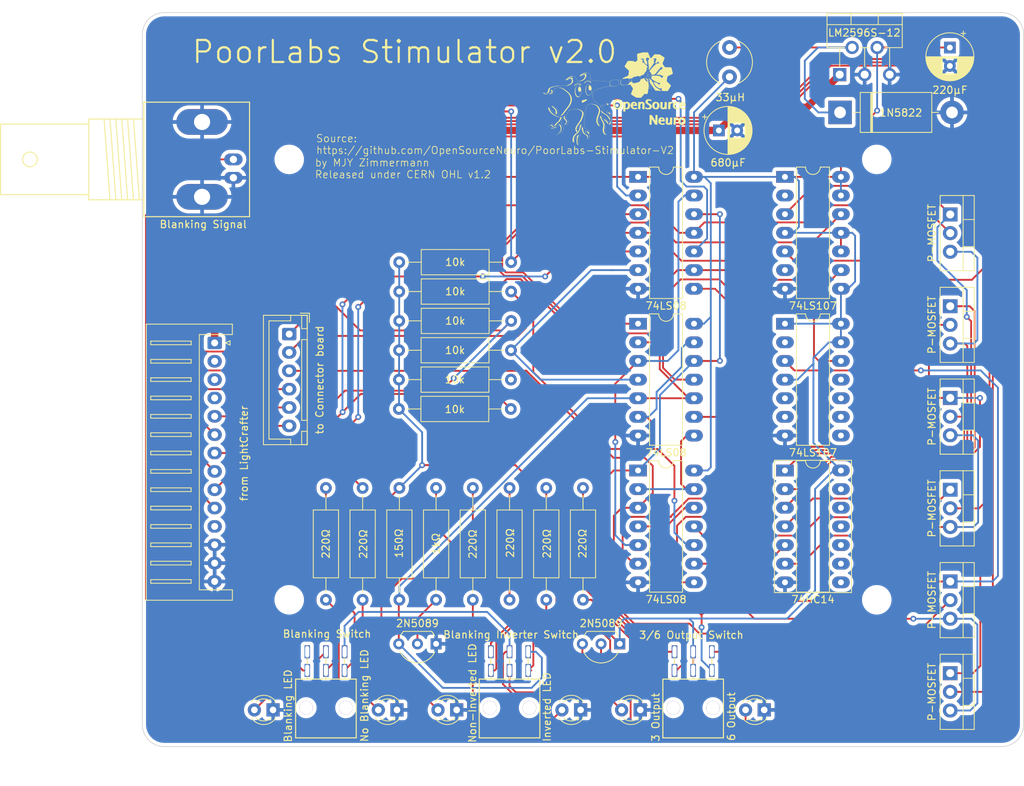
<source format=kicad_pcb>
(kicad_pcb (version 20211014) (generator pcbnew)
  (layers (0 "F.Cu" signal) (31 "B.Cu" signal) (34 "B.Paste" user) (35 "F.Paste" user) (36 "B.SilkS" user "B.Silkscreen") (37 "F.SilkS" user "F.Silkscreen") (38 "B.Mask" user) (39 "F.Mask" user) (44 "Edge.Cuts" user))
  (net 0 "")
  (net 1 "5V")
  (net 2 "Net-(D1-Pad2)")
  (net 3 "Net-(D2-Pad2)")
  (net 4 "Net-(D3-Pad2)")
  (net 5 "Net-(D4-Pad2)")
  (net 6 "Net-(D5-Pad2)")
  (net 7 "Net-(D6-Pad2)")
  (net 8 "Net-(J1-Pad1)")
  (net 9 "Net-(D7-Pad1)")
  (net 10 "12V")
  (net 11 "LED1 enable")
  (net 12 "LED2 enable")
  (net 13 "LED3 enable")
  (net 14 "LED1 PWM")
  (net 15 "LED2 PWM")
  (net 16 "LED3 PWM")
  (net 17 "Blanking")
  (net 18 "Net-(Q1-Pad2)")
  (net 19 "Net-(R1-Pad2)")
  (net 20 "Net-(R2-Pad2)")
  (net 21 "Net-(R4-Pad2)")
  (net 22 "Net-(R5-Pad2)")
  (net 23 "Net-(R6-Pad2)")
  (net 24 "Net-(Q0-Pad2)")
  (net 25 "Net-(Q0-Pad3)")
  (net 26 "Latch LED1")
  (net 27 "Latch LED2")
  (net 31 "Latch LED3")
  (net 32 "GNDREF")
  (net 33 "Net-(U1-Pad6)")
  (net 34 "LED4 Input")
  (net 35 "LED1 Input")
  (net 36 "LED5 Input")
  (net 37 "LED2 Input")
  (net 38 "LED6 Input")
  (net 39 "LED3 Input")
  (net 40 "Net-(U2-Pad6)")
  (net 41 "Net-(U3-Pad6)")
  (net 46 "Net-(Q7-Pad1)")
  (net 47 "Net-(R7-Pad2)")
  (net 48 "Net-(R8-Pad2)")
  (net 49 "unconnected-(SW1-Pad1)")
  (net 50 "Net-(U1-Pad3)")
  (net 54 "6LED{slash}LED1 Input")
  (net 55 "Net-(Q3-Pad1)")
  (net 56 "6LED{slash}LED2 Input")
  (net 57 "Net-(Q5-Pad1)")
  (net 58 "6LED{slash}LED3 Input")
  (net 59 "3LED switch")
  (net 60 "6LED switch")
  (net 61 "Net-(U1-Pad8)")
  (net 62 "LED1 blanked")
  (net 63 "LED2 blanked")
  (net 64 "LED3 blanked")
  (footprint "Resistor_THT:R_Axial_DIN0309_L9.0mm_D3.2mm_P15.24mm_Horizontal" (layer "F.Cu") (at 79.78 78.35)
    (fp_text reference "R13")
    (fp_text value "10k")
  )
  (footprint "Resistor_THT:R_Axial_DIN0309_L9.0mm_D3.2mm_P15.24mm_Horizontal" (layer "F.Cu") (at 84.8 120.35 90)
    (fp_text reference "R4")
    (fp_text value "1kΩ")
  )
  (footprint "Package_DIP:DIP-14_W7.62mm_LongPads" (layer "F.Cu") (at 132.3 82.73)
    (fp_text reference "U6")
    (fp_text value "74LS107")
  )
  (footprint "Package_TO_SOT_THT:TO-220-3_Vertical" (layer "F.Cu") (at 154.8 105.35 -90)
    (fp_text reference "Q5")
    (fp_text value "P-MOSFET")
  )
  (footprint "Package_DIP:DIP-14_W7.62mm_LongPads" (layer "F.Cu") (at 112.3 102.73)
    (fp_text reference "U3")
    (fp_text value "74LS08")
  )
  (footprint "Maxime:Spiky 20" (layer "F.Cu") (at 108.8 52.05)
    (fp_text reference "")
    (fp_text value "LOGO" hide)
  )
  (footprint "Package_TO_SOT_THT:TO-220-3_Vertical" (layer "F.Cu") (at 154.8 130.35 -90)
    (fp_text reference "Q7")
    (fp_text value "P-MOSFET")
  )
  (footprint "Diode_THT:D_DO-201AD_P15.24mm_Horizontal" (layer "F.Cu") (at 139.8 53.95)
    (fp_text reference "D7")
    (fp_text value "1N5822")
  )
  (footprint "LED_THT:LED_D3.0mm" (layer "F.Cu") (at 129.475 135.35 180)
    (fp_text reference "D6")
    (fp_text value "6 Output")
  )
  (footprint "Package_TO_SOT_THT:TO-220-3_Vertical" (layer "F.Cu") (at 154.8 67.85 -90)
    (fp_text reference "Q2")
    (fp_text value "P-MOSFET")
  )
  (footprint "Resistor_THT:R_Axial_DIN0309_L9.0mm_D3.2mm_P15.24mm_Horizontal" (layer "F.Cu") (at 79.8 120.35 90)
    (fp_text reference "R3")
    (fp_text value "150Ω")
  )
  (footprint "Resistor_THT:R_Axial_DIN0309_L9.0mm_D3.2mm_P15.24mm_Horizontal" (layer "F.Cu") (at 95 86.35 180)
    (fp_text reference "R10")
    (fp_text value "10k")
  )
  (footprint "Package_DIP:DIP-14_W7.62mm_LongPads" (layer "F.Cu") (at 112.3 82.73)
    (fp_text reference "U2")
    (fp_text value "74LS08")
  )
  (footprint "Capacitor_THT:CP_Radial_D6.3mm_P2.50mm" (layer "F.Cu") (at 123.3 56.4)
    (fp_text reference "C2")
    (fp_text value "680μF")
  )
  (footprint "LED_THT:LED_D3.0mm" (layer "F.Cu") (at 62.6 135.35 180)
    (fp_text reference "D1")
    (fp_text value "Blanking LED")
  )
  (footprint "Resistor_THT:R_Axial_DIN0309_L9.0mm_D3.2mm_P15.24mm_Horizontal" (layer "F.Cu") (at 79.78 82.35)
    (fp_text reference "R9")
    (fp_text value "10k")
  )
  (footprint "Resistor_THT:R_Axial_DIN0309_L9.0mm_D3.2mm_P15.24mm_Horizontal" (layer "F.Cu") (at 69.8 120.35 90)
    (fp_text reference "R1")
    (fp_text value "220Ω")
  )
  (footprint "Package_TO_SOT_THT:TO-92L_Inline_Wide" (layer "F.Cu") (at 109.8 126.35 180)
    (fp_text reference "Q0")
    (fp_text value "2N5089")
  )
  (footprint "Resistor_THT:R_Axial_DIN0309_L9.0mm_D3.2mm_P15.24mm_Horizontal" (layer "F.Cu") (at 104.8 120.35 90)
    (fp_text reference "R8")
    (fp_text value "220Ω")
  )
  (footprint "Package_TO_SOT_THT:TO-220-3_Vertical" (layer "F.Cu") (at 154.8 117.85 -90)
    (fp_text reference "Q6")
    (fp_text value "P-MOSFET")
  )
  (footprint "Resistor_THT:R_Axial_DIN0309_L9.0mm_D3.2mm_P15.24mm_Horizontal" (layer "F.Cu") (at 89.8 120.35 90)
    (fp_text reference "R5")
    (fp_text value "220Ω")
  )
  (footprint "Maxime:maxi_DPDT_Angled" (layer "F.Cu") (at 69.8 139.15)
    (fp_text reference "SW1" hide)
    (fp_text value "Blanking Switch")
  )
  (footprint "MountingHole:MountingHole_3mm" (layer "F.Cu") (at 64.8 60.35)
    (fp_text reference "H1")
    (fp_text value "MountingHole")
  )
  (footprint "Resistor_THT:R_Axial_DIN0309_L9.0mm_D3.2mm_P15.24mm_Horizontal" (layer "F.Cu") (at 79.78 74.35)
    (fp_text reference "R12")
    (fp_text value "10k")
  )
  (footprint "Capacitor_THT:CP_Radial_D6.3mm_P2.50mm" (layer "F.Cu") (at 154.75 45.117621 -90)
    (fp_text reference "C1")
    (fp_text value "220μF")
  )
  (footprint "MountingHole:MountingHole_3mm" (layer "F.Cu") (at 64.8 120.35)
    (fp_text reference "H3")
    (fp_text value "MountingHole")
  )
  (footprint "Resistor_THT:R_Axial_DIN0309_L9.0mm_D3.2mm_P15.24mm_Horizontal" (layer "F.Cu") (at 79.73 94.35)
    (fp_text reference "R15")
    (fp_text value "10k")
  )
  (footprint "LED_THT:LED_D3.0mm" (layer "F.Cu") (at 104.475 135.35 180)
    (fp_text reference "D3")
    (fp_text value "Inverted LED")
  )
  (footprint "LED_THT:LED_D3.0mm" (layer "F.Cu") (at 112.6 135.35 180)
    (fp_text reference "D5")
    (fp_text value "3 Output")
  )
  (footprint "MountingHole:MountingHole_3mm" (layer "F.Cu") (at 144.8 120.35)
    (fp_text reference "H4")
    (fp_text value "MountingHole")
  )
  (footprint "Package_DIP:DIP-14_W7.62mm_LongPads" (layer "F.Cu") (at 132.3 62.73)
    (fp_text reference "U5")
    (fp_text value "74LS107")
  )
  (footprint "Connector_JST:JST_XH_S14B-XH-A_1x14_P2.50mm_Horizontal" (layer "F.Cu") (at 54.65 85.35 -90)
    (fp_text reference "J2")
    (fp_text value "from LightCrafter")
  )
  (footprint "MountingHole:MountingHole_3mm" (layer "F.Cu") (at 144.8 60.35)
    (fp_text reference "H2")
    (fp_text value "MountingHole")
  )
  (footprint "Package_TO_SOT_THT:TO-220-3_Vertical" (layer "F.Cu") (at 154.8 92.85 -90)
    (fp_text reference "Q4")
    (fp_text value "P-MOSFET")
  )
  (footprint "Maxime:maxi_DPDT_Angled" (layer "F.Cu") (at 119.8 139.15)
    (fp_text reference "SW3" hide)
    (fp_text value "3/6 Output Switch")
  )
  (footprint "Package_TO_SOT_THT:TO-220-3_Vertical" (layer "F.Cu") (at 154.8 80.35 -90)
    (fp_text reference "Q3")
    (fp_text value "P-MOSFET")
  )
  (footprint "Package_DIP:DIP-14_W7.62mm_LongPads" (layer "F.Cu") (at 112.3 62.73)
    (fp_text reference "U1")
    (fp_text value "74LS08")
  )
  (footprint "Connector_JST:JST_XH_B6B-XH-A_1x06_P2.50mm_Vertical" (layer "F.Cu") (at 64.8 84.15 -90)
    (fp_text reference "J3")
    (fp_text value "to Connector board")
  )
  (footprint "Package_TO_SOT_THT:TO-92L_Inline_Wide" (layer "F.Cu") (at 84.8 126.35 180)
    (fp_text reference "Q1")
    (fp_text value "2N5089")
  )
  (footprint "Resistor_THT:R_Axial_DIN0309_L9.0mm_D3.2mm_P15.24mm_Horizontal" (layer "F.Cu") (at 79.75 90.35)
    (fp_text reference "R16")
    (fp_text value "10k")
  )
  (footprint "Maxime:BNC_Socket_TYCO-AMP_LargePads" (layer "F.Cu") (at 52.2 60.35 90)
    (fp_text reference "J1")
    (fp_text value "Blanking Signal")
  )
  (footprint "Package_TO_SOT_THT:TO-220-5_P3.4x3.7mm_StaggerOdd_Lead3.8mm_Vertical" (layer "F.Cu") (at 139.75 48.8)
    (fp_text reference "U0")
    (fp_text value "LM2596S-12")
  )
  (footprint "Resistor_THT:R_Axial_DIN0309_L9.0mm_D3.2mm_P15.24mm_Horizontal" (layer "F.Cu") (at 99.8 120.35 90)
    (fp_text reference "R7")
    (fp_text value "220Ω")
  )
  (footprint "Resistor_THT:R_Axial_DIN0309_L9.0mm_D3.2mm_P15.24mm_Horizontal" (layer "F.Cu") (at 74.8 120.35 90)
    (fp_text reference "R2")
    (fp_text value "220Ω")
  )
  (footprint "LED_THT:LED_D3.0mm" (layer "F.Cu") (at 79.475 135.35 180)
    (fp_text reference "D2")
    (fp_text value "No Blanking LED")
  )
  (footprint "Resistor_THT:R_Axial_DIN0309_L9.0mm_D3.2mm_P15.24mm_Horizontal" (layer "F.Cu") (at 94.8 120.35 90)
    (fp_text reference "R6")
    (fp_text value "220Ω")
  )
  (footprint "LED_THT:LED_D3.0mm" (layer "F.Cu") (at 87.6 135.35 180)
    (fp_text reference "D4")
    (fp_text value "Non-Inverted LED")
  )
  (footprint "Inductor_THT:L_Radial_D6.0mm_P4.00mm" (layer "F.Cu") (at 124.75 45.1 -90)
    (fp_text reference "L1")
    (fp_text value "33μH")
  )
  (footprint "Package_DIP:DIP-14_W7.62mm_Socket_LongPads" (layer "F.Cu") (at 132.3 102.73)
    (fp_text reference "U4")
    (fp_text value "74HC14")
  )
  (footprint "Maxime:maxi_DPDT_Angled" (layer "F.Cu") (at 94.8 139.15)
    (fp_text reference "SW2" hide)
    (fp_text value "Blanking Inverter Switch")
  )
  (gr_arc (start 47.8 140.35) (mid 45.67868 139.47132) (end 44.8 137.35) (layer "Edge.Cuts") (width 0.1))
  (gr_line (start 47.8 40.35) (end 161.8 40.35) (layer "Edge.Cuts") (width 0.1))
  (gr_arc (start 161.8 40.35) (mid 163.92132 41.22868) (end 164.8 43.35) (layer "Edge.Cuts") (width 0.1))
  (gr_arc (start 164.8 137.35) (mid 163.92132 139.47132) (end 161.8 140.35) (layer "Edge.Cuts") (width 0.1))
  (gr_line (start 164.8 43.35) (end 164.8 137.35) (layer "Edge.Cuts") (width 0.1))
  (gr_line (start 161.8 140.35) (end 47.8 140.35) (layer "Edge.Cuts") (width 0.1))
  (gr_arc (start 44.8 43.35) (mid 45.67868 41.22868) (end 47.8 40.35) (layer "Edge.Cuts") (width 0.1))
  (gr_line (start 44.8 137.35) (end 44.8 43.35) (layer "Edge.Cuts") (width 0.1))
  (gr_text "Source:\nhttps://github.com/OpenSourceNeuro/PoorLabs-Stimulator-V2" (at 68.4 58.3) (layer "F.SilkS") (effects (font (size 1 1) (thickness 0.1)) (justify left)))
  (gr_text "by MJY Zimmermann\nReleased under CERN OHL v1.2" (at 68.25 61.6) (layer "F.SilkS") (effects (font (size 1 1) (thickness 0.1)) (justify left)))
  (gr_text "PoorLabs Stimulator v2.0" (at 80.5 45.7) (layer "F.SilkS") (effects (font (size 3 3) (thickness 0.3))))
  (segment (start 70.95 128.82) (end 70.95 126.05) (width 0.25) (layer "F.Cu") (net 1))
  (segment (start 144.85 45.1) (end 154.732379 45.1) (width 0.25) (layer "F.Cu") (net 1))
  (segment (start 154.732379 45.1) (end 154.75 45.117621) (width 0.25) (layer "F.Cu") (net 1))
  (segment (start 82.9 102.01) (end 83.2903 102.01) (width 0.25) (layer "F.Cu") (net 1))
  (segment (start 73.73 106.53) (end 78.38 106.53) (width 0.25) (layer "F.Cu") (net 1))
  (segment (start 79.78 86.33) (end 79.76 86.35) (width 0.25) (layer "F.Cu") (net 1))
  (segment (start 139.92 70.35) (end 139.92 72.89) (width 0.25) (layer "F.Cu") (net 1))
  (segment (start 139.92 58.63) (end 139.92 62.73) (width 0.25) (layer "F.Cu") (net 1))
  (segment (start 141.15 70.35) (end 139.92 70.35) (width 0.25) (layer "F.Cu") (net 1))
  (segment (start 104.95048 123.80048) (end 103.05048 123.80048) (width 0.25) (layer "F.Cu") (net 1))
  (segment (start 79.76 90.34) (end 79.75 90.35) (width 0.25) (layer "F.Cu") (net 1))
  (segment (start 69.1 103.5) (end 70.7 103.5) (width 0.25) (layer "F.Cu") (net 1))
  (segment (start 79.8 78.33) (end 79.78 78.35) (width 0.25) (layer "F.Cu") (net 1))
  (segment (start 144.85 53.7) (end 139.92 58.63) (width 0.25) (layer "F.Cu") (net 1))
  (segment (start 83.2903 102.01) (end 83.3003 102) (width 0.25) (layer "F.Cu") (net 1))
  (segment (start 104.45048 123.80048) (end 104.95048 123.80048) (width 0.25) (layer "F.Cu") (net 1))
  (segment (start 70.95 126.05) (end 68.4 123.5) (width 0.25) (layer "F.Cu") (net 1))
  (segment (start 103.05048 123.80048) (end 101.175 121.925) (width 0.25) (layer "F.Cu") (net 1))
  (segment (start 68.4 123.5) (end 68.4 116.8) (width 0.25) (layer "F.Cu") (net 1))
  (segment (start 68.4 104.2) (end 69.1 103.5) (width 0.25) (layer "F.Cu") (net 1))
  (segment (start 68.4 111.3) (end 68.4 104.2) (width 0.25) (layer "F.Cu") (net 1))
  (segment (start 68.4 111.3) (end 68.4 110.95) (width 0.25) (layer "F.Cu") (net 1))
  (segment (start 83.3003 102) (end 95.6 102) (width 0.25) (layer "F.Cu") (net 1))
  (segment (start 101.175 121.925) (end 101.175 118.525) (width 0.25) (layer "F.Cu") (net 1))
  (segment (start 70.7 103.5) (end 73.73 106.53) (width 0.25) (layer "F.Cu") (net 1))
  (segment (start 97.3 103.7) (end 97.3 114.65) (width 0.25) (layer "F.Cu") (net 1))
  (segment (start 68.4 116.8) (end 68.4 111.3) (width 0.25) (layer "F.Cu") (net 1))
  (segment (start 132.3 62.73) (end 139.92 62.73) (width 0.25) (layer "F.Cu") (net 1))
  (segment (start 119.8 129.97) (end 119.8 127.43) (width 0.25) (layer "F.Cu") (net 1))
  (segment (start 79.75 94.33) (end 79.73 94.35) (width 0.25) (layer "F.Cu") (net 1))
  (segment (start 68.4 116.8) (end 68.4 116.51) (width 0.25) (layer "F.Cu") (net 1))
  (segment (start 69.8 129.97) (end 70.95 128.82) (width 0.25) (layer "F.Cu") (net 1))
  (segment (start 97.3 114.65) (end 101.175 118.525) (width 0.25) (layer "F.Cu") (net 1))
  (segment (start 95.6 102) (end 97.3 103.7) (width 0.25) (layer "F.Cu") (net 1))
  (segment (start 78.38 106.53) (end 79.8 105.11) (width 0.25) (layer "F.Cu") (net 1))
  (segment (start 107.25048 123.80048) (end 109.8 126.35) (width 0.25) (layer "F.Cu") (net 1))
  (segment (start 104.95048 123.80048) (end 107.25048 123.80048) (width 0.25) (layer "F.Cu") (net 1))
  (segment (start 119.92 102.73) (end 120.32 102.73) (width 0.25) (layer "F.Cu") (net 1))
  (via (at 144.85 53.7) (size 0.8) (drill 0.4) (layers "F.Cu" "B.Cu") (net 1))
  (via (at 82.9 102.01) (size 0.8) (drill 0.4) (layers "F.Cu" "B.Cu") (net 1))
  (segment (start 79.78 82.35) (end 79.78 86.33) (width 0.25) (layer "B.Cu") (net 1))
  (segment (start 122.2 102.3) (end 121.77 102.73) (width 0.25) (layer "B.Cu") (net 1))
  (segment (start 132.3 62.73) (end 119.92 62.73) (width 0.25) (layer "B.Cu") (net 1))
  (segment (start 134 90.35) (end 136.175 88.175) (width 0.25) (layer "B.Cu") (net 1))
  (segment (start 122.2 81.8) (end 122.2 102.3) (width 0.25) (layer "B.Cu") (net 1))
  (segment (start 109.8 123.55) (end 110.45 122.9) (width 0.25) (layer "B.Cu") (net 1))
  (segment (start 121.27 82.73) (end 119.92 82.73) (width 0.25) (layer "B.Cu") (net 1))
  (segment (start 141.85 77) (end 140.88 77.97) (width 0.25) (layer "B.Cu") (net 1))
  (segment (start 122.2 63.6) (end 122.2 81.8) (width 0.25) (layer "B.Cu") (net 1))
  (segment (start 138.28 85.27) (end 136.175 87.375) (width 0.25) (layer "B.Cu") (net 1))
  (segment (start 140.88 77.97) (end 139.92 77.97) (width 0.25) (layer "B.Cu") (net 1))
  (segment (start 82.9 97.52) (end 82.9 102.01) (width 0.25) (layer "B.Cu") (net 1))
  (segment (start 139.92 85.27) (end 138.28 85.27) (width 0.25) (layer "B.Cu") (net 1))
  (segment (start 109.8 126.35) (end 109.8 123.55) (width 0.25) (layer "B.Cu") (net 1))
  (segment (start 141.85 70.75) (end 141.85 77) (width 0.25) (layer "B.Cu") (net 1))
  (segment (start 121.33 62.73) (end 122.2 63.6) (width 0.25) (layer "B.Cu") (net 1))
  (segment (start 144.85 45.1) (end 144.85 53.7) (width 0.25) (layer "B.Cu") (net 1))
  (segment (start 134.2 63.3) (end 133.63 62.73) (width 0.25) (layer "B.Cu") (net 1))
  (segment (start 132.3 70.35) (end 133.4 70.35) (width 0.25) (layer "B.Cu") (net 1))
  (segment (start 110.45 122.9) (end 119.1 122.9) (width 0.25) (layer "B.Cu") (net 1))
  (segment (start 136.175 88.175) (end 136.175 87.375) (width 0.25) (layer "B.Cu") (net 1))
  (segment (start 79.78 74.35) (end 79.78 78.35) (width 0.25) (layer "B.Cu") (net 1))
  (segment (start 119.92 62.73) (end 119.92 53.93) (width 0.25) (layer "B.Cu") (net 1))
  (segment (start 132.3 70.35) (end 139.92 70.35) (width 0.25) (layer "B.Cu") (net 1))
  (segment (start 82.9 102.01) (end 79.8 105.11) (width 0.25) (layer "B.Cu") (net 1))
  (segment (start 136.4 119.1) (end 136.4 105.25) (width 0.25) (layer "B.Cu") (net 1))
  (segment (start 136.175 98.985) (end 137.52 100.33) (width 0.25) (layer "B.Cu") (net 1))
  (segment (start 119.92 53.93) (end 124.75 49.1) (width 0.25) (layer "B.Cu") (net 1))
  (segment (start 119.1 122.9) (end 119.25 122.9) (width 0.25) (layer "B.Cu") (net 1))
  (segment (start 136.4 105.25) (end 138.92 102.73) (width 0.25) (layer "B.Cu") (net 1))
  (segment (start 137.52 100.33) (end 139.92 102.73) (width 0.25) (layer "B.Cu") (net 1))
  (segment (start 79.76 86.35) (end 79.76 90.34) (width 0.25) (layer "B.Cu") (net 1))
  (segment (start 119.92 62.73) (end 121.33 62.73) (width 0.25) (layer "B.Cu") (net 1))
  (segment (start 79.76 90.34) (end 79.75 90.35) (width 0.25) (layer "B.Cu") (net 1))
  (segment (start 119.1 122.9) (end 132.6 122.9) (width 0.25) (layer "B.Cu") (net 1))
  (segment (start 119.25 122.9) (end 119.8 123.45) (width 0.25) (layer "B.Cu") (net 1))
  (segment (start 121.77 102.73) (end 119.92 102.73) (width 0.25) (layer "B.Cu") (net 1))
  (segment (start 139.92 77.97) (end 139.92 82.73) (width 0.25) (layer "B.Cu") (net 1))
  (segment (start 79.78 86.33) (end 79.76 86.35) (width 0.25) (layer "B.Cu") (net 1))
  (segment (start 133.63 62.73) (end 132.3 62.73) (width 0.25) (layer "B.Cu") (net 1))
  (segment (start 119.8 123.45) (end 119.8 127.43) (width 0.25) (layer "B.Cu") (net 1))
  (segment (start 136.175 88.175) (end 136.175 98.985) (width 0.25) (layer "B.Cu") (net 1))
  (segment (start 138.92 102.73) (end 139.92 102.73) (width 0.25) (layer "B.Cu") (net 1))
  (segment (start 133.4 70.35) (end 134.2 69.55) (width 0.25) (layer "B.Cu") (net 1))
  (segment (start 139.92 70.35) (end 141.45 70.35) (width 0.25) (layer "B.Cu") (net 1))
  (segment (start 139.92 62.73) (end 139.92 65.27) (width 0.25) (layer "B.Cu") (net 1))
  (segment (start 79.73 94.35) (end 82.9 97.52) (width 0.25) (layer "B.Cu") (net 1))
  (segment (start 141.45 70.35) (end 141.85 70.75) (width 0.25) (layer "B.Cu") (net 1))
  (segment (start 132.3 82.73) (end 139.92 82.73) (width 0.25) (layer "B.Cu") (net 1))
  (segment (start 79.78 78.35) (end 79.78 82.35) (width 0.25) (layer "B.Cu") (net 1))
  (segment (start 132.6 122.9) (end 136.4 119.1) (width 0.25) (layer "B.Cu") (net 1))
  (segment (start 79.75 90.35) (end 79.75 94.33) (width 0.25) (layer "B.Cu") (net 1))
  (segment (start 134.2 69.55) (end 134.2 63.3) (width 0.25) (layer "B.Cu") (net 1))
  (segment (start 79.75 94.33) (end 79.73 94.35) (width 0.25) (layer "B.Cu") (net 1))
  (segment (start 139.92 82.73) (end 139.92 85.27) (width 0.25) (layer "B.Cu") (net 1))
  (segment (start 132.3 90.35) (end 134 90.35) (width 0.25) (layer "B.Cu") (net 1))
  (segment (start 122.2 81.8) (end 121.27 82.73) (width 0.25) (layer "B.Cu") (net 1))
  (segment (start 70.15 132.65) (end 71.55 131.25) (width 0.25) (layer "F.Cu") (net 2))
  (segment (start 62.76 132.65) (end 70.15 132.65) (width 0.25) (layer "F.Cu") (net 2))
  (segment (start 71.55 122.1) (end 69.8 120.35) (width 0.25) (layer "F.Cu") (net 2))
  (segment (start 71.55 131.25) (end 71.55 122.1) (width 0.25) (layer "F.Cu") (net 2))
  (segment (start 60.06 135.35) (end 62.76 132.65) (width 0.25) (layer "F.Cu") (net 2))
  (segment (start 74.8 120.35) (end 74.8 133.215) (width 0.25) (layer "F.Cu") (net 3))
  (segment (start 74.8 133.215) (end 76.935 135.35) (width 0.25) (layer "F.Cu") (net 3))
  (segment (start 98.485 138.8) (end 101.935 135.35) (width 0.25) (layer "F.Cu") (net 4))
  (segment (start 92.55 138.8) (end 98.485 138.8) (width 0.25) (layer "F.Cu") (net 4))
  (segment (start 89.8 120.35) (end 89.8 136.05) (width 0.25) (layer "F.Cu") (net 4))
  (segment (start 89.8 136.05) (end 92.55 138.8) (width 0.25) (layer "F.Cu") (net 4))
  (segment (start 93.3 117.45) (end 80.15 117.45) (width 0.25) (layer "F.Cu") (net 5))
  (segment (start 94.8 120.35) (end 94.8 118.95) (width 0.25) (layer "F.Cu") (net 5))
  (segment (start 77.35 120.25) (end 77.35 127.64) (width 0.25) (layer "F.Cu") (net 5))
  (segment (start 77.35 127.64) (end 85.06 135.35) (width 0.25) (layer "F.Cu") (net 5))
  (segment (start 80.15 117.45) (end 77.35 120.25) (width 0.25) (layer "F.Cu") (net 5))
  (segment (start 94.8 118.95) (end 93.3 117.45) (width 0.25) (layer "F.Cu") (net 5))
  (segment (start 99.8 120.35) (end 99.8 122) (width 0.25) (layer "F.Cu") (net 6))
  (segment (start 106.9 124.25) (end 108.5 125.85) (width 0.25) (layer "F.Cu") (net 6))
  (segment (start 99.8 122) (end 102.05 124.25) (width 0.25) (layer "F.Cu") (net 6))
  (segment (start 108.5 133.79) (end 110.06 135.35) (width 0.25) (layer "F.Cu") (net 6))
  (segment (start 108.5 125.85) (end 108.5 133.79) (width 0.25) (layer "F.Cu") (net 6))
  (segment (start 102.05 124.25) (end 106.9 124.25) (width 0.25) (layer "F.Cu") (net 6))
  (segment (start 111.284511 125.685489) (end 105.949022 120.35) (width 0.25) (layer "F.Cu") (net 7))
  (segment (start 125.25 139.5) (end 113.9 139.5) (width 0.25) (layer "F.Cu") (net 7))
  (segment (start 111.284511 136.884511) (end 111.284511 125.685489) (width 0.25) (layer "F.Cu") (net 7))
  (segment (start 105.949022 120.35) (end 104.8 120.35) (width 0.25) (layer "F.Cu") (net 7))
  (segment (start 126.935 137.815) (end 125.25 139.5) (width 0.25) (layer "F.Cu") (net 7))
  (segment (start 113.9 139.5) (end 111.284511 136.884511) (width 0.25) (layer "F.Cu") (net 7))
  (segment (start 126.935 135.35) (end 126.935 137.815) (width 0.25) (layer "F.Cu") (net 7))
  (segment (start 68 131.65) (end 56.75096 131.65) (width 0.25) (layer "F.Cu") (net 8))
  (segment (start 52.9 60.35) (end 57.20126 60.35) (width 0.25) (layer "F.Cu") (net 8))
  (segment (start 68.5 131.15) (end 68 131.65) (width 0.25) (layer "F.Cu") (net 8))
  (segment (start 45.30048 120.19952) (end 45.30048 67.94952) (width 0.25) (layer "F.Cu") (net 8))
  (segment (start 56.75096 131.65) (end 45.30048 120.19952) (width 0.25) (layer "F.Cu") (net 8))
  (segment (start 68.5 128.73) (end 68.5 131.15) (width 0.25) (layer "F.Cu") (net 8))
  (segment (start 69.8 127.43) (end 68.5 128.73) (width 0.25) (layer "F.Cu") (net 8))
  (segment (start 45.30048 67.94952) (end 52.9 60.35) (width 0.25) (layer "F.Cu") (net 8))
  (segment (start 124.75 45.1) (end 141.45 45.1) (width 0.25) (layer "F.Cu") (net 9))
  (segment (start 135 46.9) (end 135 52.1) (width 0.25) (layer "B.Cu") (net 9))
  (segment (start 136.8 45.1) (end 135 46.9) (width 0.25) (layer "B.Cu") (net 9))
  (segment (start 141.45 45.1) (end 136.8 45.1) (width 0.25) (layer "B.Cu") (net 9))
  (segment (start 136.85 53.95) (end 139.8 53.95) (width 0.25) (layer "B.Cu") (net 9))
  (segment (start 135 52.1) (end 136.85 53.95) (width 0.25) (layer "B.Cu") (net 9))
  (segment (start 139.75 48.8) (end 135.3 53.25) (width 1) (layer "F.Cu") (net 10))
  (segment (start 135.3 53.25) (end 126.45 53.25) (width 1) (layer "F.Cu") (net 10))
  (segment (start 54.65 85.35) (end 54.65 81.598235) (width 1) (layer "F.Cu") (net 10))
  (segment (start 126.45 53.25) (end 123.3 56.4) (width 1) (layer "F.Cu") (net 10))
  (segment (start 79.848235 56.4) (end 123.3 56.4) (width 1) (layer "F.Cu") (net 10))
  (segment (start 54.65 81.598235) (end 79.848235 56.4) (width 1) (layer "F.Cu") (net 10))
  (segment (start 114.9 63.15) (end 114.9 69.1) (width 0.25) (layer "F.Cu") (net 11))
  (segment (start 114.48 62.73) (end 114.9 63.15) (width 0.25) (layer "F.Cu") (net 11))
  (segment (start 74.45 83.65) (end 93.72 83.65) (width 0.25) (layer "F.Cu") (net 11))
  (segment (start 67.35 96.9) (end 67.45 96.8) (width 0.25) (layer "F.Cu") (net 11))
  (segment (start 114.9 69.1) (end 117.45 71.65) (width 0.25) (layer "F.Cu") (net 11))
  (segment (start 112.3 62.73) (end 75.320001 62.73) (width 0.25) (layer "F.Cu") (net 11))
  (segment (start 93.72 83.65) (end 95.02 82.35) (width 0.25) (layer "F.Cu") (net 11))
  (segment (start 112.3 62.73) (end 114.48 62.73) (width 0.25) (layer "F.Cu") (net 11))
  (segment (start 87.2 90.17) (end 87.2 90.2) (width 0.25) (layer "F.Cu") (net 11))
  (segment (start 54.65 95.35) (end 57.9 95.35) (width 0.25) (layer "F.Cu") (net 11))
  (segment (start 70.25 79.45) (end 74.45 83.65) (width 0.25) (layer "F.Cu") (net 11))
  (segment (start 87.2 90.2) (end 85.54952 91.85048) (width 0.25) (layer "F.Cu") (net 11))
  (segment (start 72.39952 91.85048) (end 67.35 96.9) (width 0.25) (layer "F.Cu") (net 11))
  (segment (start 85.54952 91.85048) (end 72.39952 91.85048) (width 0.25) (layer "F.Cu") (net 11))
  (segment (start 117.45 71.65) (end 136.08 71.65) (width 0.25) (layer "F.Cu") (net 11))
  (segment (start 60.85 98.3) (end 65.95 98.3) (width 0.25) (layer "F.Cu") (net 11))
  (segment (start 57.9 95.35) (end 60.85 98.3) (width 0.25) (layer "F.Cu") (net 11))
  (segment (start 70.25 67.800001) (end 70.25 79.45) (width 0.25) (layer "F.Cu") (net 11))
  (segment (start 75.320001 62.73) (end 70.25 67.800001) (width 0.25) (layer "F.Cu") (net 11))
  (segment (start 65.95 98.3) (end 67.35 96.9) (width 0.25) (layer "F.Cu") (net 11))
  (segment (start 136.08 71.65) (end 139.92 67.81) (width 0.25) (layer "F.Cu") (net 11))
  (via (at 87.2 90.17) (size 0.8) (drill 0.4) (layers "F.Cu" "B.Cu") (net 11))
  (segment (start 95.02 82.35) (end 87.2 90.17) (width 0.25) (layer "B.Cu") (net 11))
  (segment (start 52.412517 80.762517) (end 79.112518 54.062518) (width 0.25) (layer "F.Cu") (net 12))
  (segment (start 79.355036 53.82) (end 79.112518 54.062518) (width 0.25) (layer "F.Cu") (net 12))
  (segment (start 125.3 74.15) (end 118.2 74.15) (width 0.25) (layer "F.Cu") (net 12))
  (segment (start 52.401766 80.762517) (end 52.412517 80.762517) (width 0.25) (layer "F.Cu") (net 12))
  (segment (start 95.02 74.35) (end 99.02 70.35) (width 0.25) (layer "F.Cu") (net 12))
  (segment (start 99.02 70.35) (end 112.3 70.35) (width 0.25) (layer "F.Cu") (net 12))
  (segment (start 54.65 97.85) (end 51.15096 94.35096) (width 0.25) (layer "F.Cu") (net 12))
  (segment (start 114.4 70.35) (end 112.3 70.35) (width 0.25) (layer "F.Cu") (net 12))
  (segment (start 118.2 74.15) (end 114.4 70.35) (width 0.25) (layer "F.Cu") (net 12))
  (segment (start 138.6 76.75) (end 127.9 76.75) (width 0.25) (layer "F.Cu") (net 12))
  (segment (start 139.92 75.43) (end 138.6 76.75) (width 0.25) (layer "F.Cu") (net 12))
  (segment (start 51.15096 82.013323) (end 52.401766 80.762517) (width 0.25) (layer "F.Cu") (net 12))
  (segment (start 51.15096 94.35096) (end 51.15096 83.45096) (width 0.25) (layer "F.Cu") (net 12))
  (segment (start 95.02 53.82) (end 79.355036 53.82) (width 0.25) (layer "F.Cu") (net 12))
  (segment (start 51.15096 83.45096) (end 51.15096 82.013323) (width 0.25) (layer "F.Cu") (net 12))
  (segment (start 79.375036 53.8) (end 94.95 53.8) (width 0.25) (layer "F.Cu") (net 12))
  (segment (start 127.9 76.75) (end 125.3 74.15) (width 0.25) (layer "F.Cu") (net 12))
  (segment (start 79.112518 54.062518) (end 79.375036 53.8) (width 0.25) (layer "F.Cu") (net 12))
  (via (at 95.02 53.82) (size 0.8) (drill 0.4) (layers "F.Cu" "B.Cu") (net 12))
  (segment (start 95.02 74.35) (end 95.02 53.82) (width 0.25) (layer "B.Cu") (net 12))
  (segment (start 129.95 80.45) (end 134.75 80.45) (width 0.25) (layer "F.Cu") (net 13))
  (segment (start 124.93 75.43) (end 129.95 80.45) (width 0.25) (layer "F.Cu") (net 13))
  (segment (start 136.25 87.15) (end 136.91 87.81) (width 0.25) (layer "F.Cu") (net 13))
  (segment (start 93.79952 75.264762) (end 93.79952 72.45) (width 0.25) (layer "F.Cu") (net 13))
  (segment (start 136.25 81.95) (end 136.25 87.15) (width 0.25) (layer "F.Cu") (net 13))
  (segment (start 97.29952 68.95) (end 113.55 68.95) (width 0.25) (layer "F.Cu") (net 13))
  (segment (start 92.92 92.3) (end 94.97 94.35) (width 0.25) (layer "F.Cu") (net 13))
  (segment (start 96.672394 75.75096) (end 94.285718 75.75096) (width 0.25) (layer "F.Cu") (net 13))
  (segment (start 93.79952 72.45) (end 97.29952 68.95) (width 0.25) (layer "F.Cu") (net 13))
  (segment (start 66.5 100.35) (end 72.075 94.775) (width 0.25) (layer "F.Cu") (net 13))
  (segment (start 72.075 94.775) (end 74.55 92.3) (width 0.25) (layer "F.Cu") (net 13))
  (segment (start 134.75 80.45) (end 136.25 81.95) (width 0.25) (layer "F.Cu") (net 13))
  (segment (start 74.55 92.3) (end 92.92 92.3) (width 0.25) (layer "F.Cu") (net 13))
  (segment (start 113.55 68.95) (end 114.05 68.45) (width 0.25) (layer "F.Cu") (net 13))
  (segment (start 119.92 75.43) (end 124.93 75.43) (width 0.25) (layer "F.Cu") (net 13))
  (segment (start 136.91 87.81) (end 139.92 87.81) (width 0.25) (layer "F.Cu") (net 13))
  (segment (start 119.92 75.43) (end 117.67 75.43) (width 0.25) (layer "F.Cu") (net 13))
  (segment (start 85.55 66.6) (end 72.05 80.1) (width 0.25) (layer "F.Cu") (net 13))
  (segment (start 114.05 68.45) (end 114.05 67.5) (width 0.25) (layer "F.Cu") (net 13))
  (segment (start 94.285718 75.75096) (end 93.79952 75.264762) (width 0.25) (layer "F.Cu") (net 13))
  (segment (start 113.15 66.6) (end 85.55 66.6) (width 0.25) (layer "F.Cu") (net 13))
  (segment (start 112 81.1) (end 102.021436 81.1) (width 0.25) (layer "F.Cu") (net 13))
  (segment (start 102.021436 81.1) (end 96.672394 75.75096) (width 0.25) (layer "F.Cu") (net 13))
  (segment (start 117.67 75.43) (end 112 81.1) (width 0.25) (layer "F.Cu") (net 13))
  (segment (start 114.05 67.5) (end 113.15 66.6) (width 0.25) (layer "F.Cu") (net 13))
  (segment (start 54.65 100.35) (end 66.5 100.35) (width 0.25) (layer "F.Cu") (net 13))
  (via (at 72.075 94.775) (size 0.8) (drill 0.4) (layers "F.Cu" "B.Cu") (net 13))
  (via (at 72.05 80.1) (size 0.8) (drill 0.4) (layers "F.Cu" "B.Cu") (net 13))
  (segment (start 72.05 80.1) (end 72.05 94.7) (width 0.25) (layer "B.Cu") (net 13))
  (segment (start 50.70144 81.827125) (end 56.433907 76.094658) (width 0.25) (layer "F.Cu") (net 14))
  (segment (start 79.539318 53) (end 109.45 53) (width 0.25) (layer "F.Cu") (net 14))
  (segment (start 54.65 102.85) (end 50.70144 98.90144) (width 0.25) (layer "F.Cu") (net 14))
  (segment (start 56.433907 76.094658) (end 56.444659 76.094658) (width 0.25) (layer "F.Cu") (net 14))
  (segment (start 56.444659 76.094658) (end 79.539318 53) (width 0.25) (layer "F.Cu") (net 14))
  (segment (start 50.70144 98.90144) (end 50.70144 82.79856) (width 0.25) (layer "F.Cu") (net 14))
  (segment (start 50.70144 82.79856) (end 50.70144 81.827125) (width 0.25) (layer "F.Cu") (net 14))
  (via (at 109.45 53) (size 0.8) (drill 0.4) (layers "F.Cu" "B.Cu") (net 14))
  (segment (start 109.45 64.05) (end 110.67 65.27) (width 0.25) (layer "B.Cu") (net 14))
  (segment (start 109.45 53) (end 109.45 64.05) (width 0.25) (layer "B.Cu") (net 14))
  (segment (start 110.67 65.27) (end 112.3 65.27) (width 0.25) (layer "B.Cu") (net 14))
  (segment (start 91.15 76.3) (end 78.35 76.3) (width 0.25) (layer "F.Cu") (net 15))
  (segment (start 59.20048 100.79952) (end 68.85048 100.79952) (width 0.25) (layer "F.Cu") (net 15))
  (segment (start 103.06 72.89) (end 109.89 72.89) (width 0.25) (layer "F.Cu") (net 15))
  (segment (start 112.3 72.89) (end 109.89 72.89) (width 0.25) (layer "F.Cu") (net 15))
  (segment (start 54.65 105.35) (end 59.20048 100.79952) (width 0.25) (layer "F.Cu") (net 15))
  (segment (start 99.65 76.3) (end 103.06 72.89) (width 0.25) (layer "F.Cu") (net 15))
  (segment (start 78.35 76.3) (end 74.2 80.45) (width 0.25) (layer "F.Cu") (net 15))
  (segment (start 68.85048 100.79952) (end 74.2 95.45) (width 0.25) (layer "F.Cu") (net 15))
  (via (at 91.15 76.3) (size 0.8) (drill 0.4) (layers "F.Cu" "B.Cu") (net 15))
  (via (at 74.2 80.45) (size 0.8) (drill 0.4) (layers "F.Cu" "B.Cu") (net 15))
  (via (at 74.2 95.45) (size 0.8) (drill 0.4) (layers "F.Cu" "B.Cu") (net 15))
  (via (at 99.65 76.3) (size 0.8) (drill 0.4) (layers "F.Cu" "B.Cu") (net 15))
  (segment (start 74.2 95.45) (end 74.2 80.45) (width 0.25) (layer "B.Cu") (net 15))
  (segment (start 91.15 76.3) (end 99.65 76.3) (width 0.25) (layer "B.Cu") (net 15))
  (segment (start 50.25 103.45) (end 50.25 83.25) (width 0.25) (layer "F.Cu") (net 16))
  (segment (start 50.25 83.25) (end 50.25 81.642848) (width 0.25) (layer "F.Cu") (net 16))
  (segment (start 50.25 81.642848) (end 63.741048 68.1518) (width 0.25) (layer "F.Cu") (net 16))
  (segment (start 63.7518 68.1518) (end 79.803601 52.1) (width 0.25) (layer "F.Cu") (net 16))
  (segment (start 79.803601 52.1) (end 117.8 52.1) (width 0.25) (layer "F.Cu") (net 16))
  (segment (start 54.65 107.85) (end 50.25 103.45) (width 0.25) (layer "F.Cu") (net 16))
  (segment (start 63.741048 68.1518) (end 63.7518 68.1518) (width 0.25) (layer "F.Cu") (net 16))
  (via (at 117.8 52.1) (size 0.8) (drill 0.4) (layers "F.Cu" "B.Cu") (net 16))
  (segment (start 121.7 71.11) (end 121.7 64.5) (width 0.25) (layer "B.Cu") (net 16))
  (segment (start 118.1 63.25) (end 118.1 52.4) (width 0.25) (layer "B.Cu") (net 16))
  (segment (start 118.1 52.4) (end 117.8 52.1) (width 0.25) (layer "B.Cu") (net 16))
  (segment (start 121.7 64.5) (end 121.25 64.05) (width 0.25) (layer "B.Cu") (net 16))
  (segment (start 118.9 64.05) (end 118.1 63.25) (width 0.25) (layer "B.Cu") (net 16))
  (segment (start 119.92 72.89) (end 121.7 71.11) (width 0.25) (layer "B.Cu") (net 16))
  (segment (start 121.25 64.05) (end 118.9 64.05) (width 0.25) (layer "B.Cu") (net 16))
  (segment (start 119.204282 92.89) (end 115.25 88.935718) (width 0.25) (layer "F.Cu") (net 17))
  (segment (start 79.72 120.43) (end 79.8 120.35) (width 0.25) (layer "F.Cu") (net 17))
  (segment (start 115.25 88.935718) (end 115.25 86.4) (width 0.25) (layer "F.Cu") (net 17))
  (segment (start 119.92 92.89) (end 119.204282 92.89) (width 0.25) (layer "F.Cu") (net 17))
  (segment (start 112.3 92.89) (end 119.92 92.89) (width 0.25) (layer "F.Cu") (net 17))
  (segment (start 79.72 126.35) (end 79.72 120.43) (width 0.25) (layer "F.Cu") (net 17))
  (segment (start 114.12 85.27) (end 115.25 86.4) (width 0.25) (layer "F.Cu") (net 17))
  (segment (start 112.3 85.27) (end 114.12 85.27) (width 0.25) (layer "F.Cu") (net 17))
  (segment (start 97.8 132.35) (end 99.2 130.95) (width 0.25) (layer "B.Cu") (net 17))
  (segment (start 85.72 132.35) (end 97.8 132.35) (width 0.25) (layer "B.Cu") (net 17))
  (segment (start 98.38 127.43) (end 97.34 127.43) (width 0.25) (layer "B.Cu") (net 17))
  (segment (start 99.2 130.95) (end 99.2 128.25) (width 0.25) (layer "B.Cu") (net 17))
  (segment (start 99.2 128.25) (end 98.38 127.43) (width 0.25) (layer "B.Cu") (net 17))
  (segment (start 105.4297 92.89) (end 112.3 92.89) (width 0.25) (layer "B.Cu") (net 17))
  (segment (start 79.8 118.5197) (end 105.4297 92.89) (width 0.25) (layer "B.Cu") (net 17))
  (segment (start 79.8 120.35) (end 79.8 118.5197) (width 0.25) (layer "B.Cu") (net 17))
  (segment (start 79.72 126.35) (end 85.72 132.35) (width 0.25) (layer "B.Cu") (net 17))
  (segment (start 82.26 126.35) (end 82.26 122.89) (width 0.25) (layer "F.Cu") (net 18))
  (segment (start 82.26 122.89) (end 84.8 120.35) (width 0.25) (layer "F.Cu") (net 18))
  (segment (start 73.7 128.6) (end 73.7 122.15) (width 0.25) (layer "F.Cu") (net 19))
  (segment (start 72.34 129.97) (end 72.34 129.96) (width 0.25) (layer "F.Cu") (net 19))
  (segment (start 73.7 122.15) (end 72.3 120.75) (width 0.25) (layer "F.Cu") (net 19))
  (segment (start 69.8 111.85) (end 72.3 114.35) (width 0.25) (layer "F.Cu") (net 19))
  (segment (start 72.34 129.96) (end 73.7 128.6) (width 0.25) (layer "F.Cu") (net 19))
  (segment (start 72.3 120.75) (end 72.3 114.35) (width 0.25) (layer "F.Cu") (net 19))
  (segment (start 69.8 105.11) (end 69.8 111.85) (width 0.25) (layer "F.Cu") (net 19))
  (segment (start 60.65 109.35) (end 67.1 102.9) (width 0.25) (layer "F.Cu") (net 20))
  (segment (start 66.67 129.97) (end 60.65 123.95) (width 0.25) (layer "F.Cu") (net 20))
  (segment (start 72.59 102.9) (end 74.8 105.11) (width 0.25) (layer "F.Cu") (net 20))
  (segment (start 60.65 123.95) (end 60.65 109.35) (width 0.25) (layer "F.Cu") (net 20))
  (segment (start 67.1 102.9) (end 72.59 102.9) (width 0.25) (layer "F.Cu") (net 20))
  (segment (start 67.26 129.97) (end 66.67 129.97) (width 0.25) (layer "F.Cu") (net 20))
  (segment (start 91 116.7) (end 94.75 116.7) (width 0.25) (layer "F.Cu") (net 21))
  (segment (start 97.1 119.05) (end 97.1 121.4) (width 0.25) (layer "F.Cu") (net 21))
  (segment (start 92.26 126.24) (end 92.26 127.43) (width 0.25) (layer "F.Cu") (net 21))
  (segment (start 94.75 116.7) (end 97.1 119.05) (width 0.25) (layer "F.Cu") (net 21))
  (segment (start 84.8 110.5) (end 91 116.7) (width 0.25) (layer "F.Cu") (net 21))
  (segment (start 84.8 105.11) (end 84.8 110.5) (width 0.25) (layer "F.Cu") (net 21))
  (segment (start 97.1 121.4) (end 92.26 126.24) (width 0.25) (layer "F.Cu") (net 21))
  (segment (start 93 129.75) (end 92.78 129.97) (width 0.25) (layer "F.Cu") (net 22))
  (segment (start 97.54952 118.863803) (end 97.54952 121.586198) (width 0.25) (layer "F.Cu") (net 22))
  (segment (start 97.54952 121.586198) (end 93 126.135718) (width 0.25) (layer "F.Cu") (net 22))
  (segment (start 94.936197 116.25048) (end 97.54952 118.863803) (width 0.25) (layer "F.Cu") (net 22))
  (segment (start 92.78 129.97) (end 92.26 129.97) (width 0.25) (layer "F.Cu") (net 22))
  (segment (start 89.8 105.11) (end 89.8 112.8) (width 0.25) (layer "F.Cu") (net 22))
  (segment (start 93 126.135718) (end 93 129.75) (width 0.25) (layer "F.Cu") (net 22))
  (segment (start 93.25048 116.25048) (end 94.936197 116.25048) (width 0.25) (layer "F.Cu") (net 22))
  (segment (start 89.8 112.8) (end 93.25048 116.25048) (width 0.25) (layer "F.Cu") (net 22))
  (segment (start 97.99904 118.677606) (end 97.99904 124.871938) (width 0.25) (layer "F.Cu") (net 23))
  (segment (start 97.99904 124.871938) (end 98.039511 124.912409) (width 0.25) (layer "F.Cu") (net 23))
  (segment (start 94.8 115.478565) (end 97.99904 118.677606) (width 0.25) (layer "F.Cu") (net 23))
  (segment (start 97.78 129.97) (end 97.34 129.97) (width 0.25) (layer "F.Cu") (net 23))
  (segment (start 98.039511 129.270489) (end 97.34 129.97) (width 0.25) (layer "F.Cu") (net 23))
  (segment (start 94.8 105.11) (end 94.8 115.478565) (width 0.25) (layer "F.Cu") (net 23))
  (segment (start 98.039511 124.912409) (end 98.039511 129.270489) (width 0.25) (layer "F.Cu") (net 23))
  (segment (start 93.9 131.835718) (end 93.9 127.8) (width 0.25) (layer "F.Cu") (net 24))
  (segment (start 107.26 129.425718) (end 103.286198 133.39952) (width 0.25) (layer "F.Cu") (net 24))
  (segment (start 103.286198 133.39952) (end 95.463802 133.39952) (width 0.25) (layer "F.Cu") (net 24))
  (segment (start 94.27 127.43) (end 94.8 127.43) (width 0.25) (layer "F.Cu") (net 24))
  (segment (start 107.26 126.35) (end 107.26 129.425718) (width 0.25) (layer "F.Cu") (net 24))
  (segment (start 95.463802 133.39952) (end 93.9 131.835718) (width 0.25) (layer "F.Cu") (net 24))
  (segment (start 93.9 127.8) (end 94.27 127.43) (width 0.25) (layer "F.Cu") (net 24))
  (segment (start 94.8 125.05) (end 91.75 122) (width 0.25) (layer "B.Cu") (net 24))
  (segment (start 94.8 127.43) (end 94.8 125.05) (width 0.25) (layer "B.Cu") (net 24))
  (segment (start 91.75 122) (end 74.25 122) (width 0.25) (layer "B.Cu") (net 24))
  (segment (start 74.25 122) (end 72.34 123.91) (width 0.25) (layer "B.Cu") (net 24))
  (segment (start 72.34 123.91) (end 72.34 127.43) (width 0.25) (layer "B.Cu") (net 24))
  (segment (start 103.1 132.95) (end 104.72 131.33) (width 0.25) (layer "F.Cu") (net 25))
  (segment (start 95.65 132.95) (end 103.1 132.95) (width 0.25) (layer "F.Cu") (net 25))
  (segment (start 94.8 132.1) (end 95.65 132.95) (width 0.25) (layer "F.Cu") (net 25))
  (segment (start 104.72 131.33) (end 104.72 126.35) (width 0.25) (layer "F.Cu") (net 25))
  (segment (start 94.8 129.97) (end 94.8 132.1) (width 0.25) (layer "F.Cu") (net 25))
  (segment (start 157.65048 99.34952) (end 157.65048 82.40048) (width 0.25) (layer "F.Cu") (net 26))
  (segment (start 157.65048 99.377106) (end 157.65048 99.34952) (width 0.25) (layer "F.Cu") (net 26))
  (segment (start 157.35 99.65) (end 157.65048 99.34952) (width 0.25) (layer "F.Cu") (net 26))
  (segment (start 157.65048 82.40048) (end 157.05 81.8) (width 0.25) (layer "F.Cu") (net 26))
  (segment (start 150.9 63.95) (end 154.8 67.85) (width 0.25) (layer "F.Cu") (net 26))
  (segment (start 132.3 67.81) (end 136.16 63.95) (width 0.25) (layer "F.Cu") (net 26))
  (segment (start 156.6 100.4) (end 134.63 100.4) (width 0.25) (layer "F.Cu") (net 26))
  (segment (start 157.35 99.65) (end 156.6 100.4) (width 0.25) (layer "F.Cu") (net 26))
  (segment (start 136.16 63.95) (end 150.9 63.95) (width 0.25) (layer "F.Cu") (net 26))
  (segment (start 134.63 100.4) (end 132.3 102.73) (width 0.25) (layer "F.Cu") (net 26))
  (via (at 157.05 81.8) (size 0.8) (drill 0.4) (layers "F.Cu" "B.Cu") (net 26))
  (segment (start 154.8 67.85) (end 153.05 69.6) (width 0.25) (layer "B.Cu") (net 26))
  (segment (start 153.05 74.15) (end 157.05 78.15) (width 0.25) (layer "B.Cu") (net 26))
  (segment (start 153.05 69.6) (end 153.05 74.15) (width 0.25) (layer "B.Cu") (net 26))
  (segment (start 157.05 78.15) (end 157.05 81.8) (width 0.25) (layer "B.Cu") (net 26))
  (segment (start 132.3 72.89) (end 133.555 74.145) (width 0.25) (layer "F.Cu") (net 27))
  (segment (start 150.645 74.145) (end 151.90048 75.40048) (width 0.25) (layer "F.Cu") (net 27))
  (segment (start 157.05096 101.29904) (end 158.25 100.1) (width 0.25) (layer "F.Cu") (net 27))
  (segment (start 158.25 100.1) (end 158.85 99.5) (width 0.25) (layer "F.Cu") (net 27))
  (segment (start 152.95 92.85) (end 154.8 92.85) (width 0.25) (layer "F.Cu") (net 27))
  (segment (start 133.555 74.145) (end 150.645 74.145) (width 0.25) (layer "F.Cu") (net 27))
  (segment (start 138.81096 101.29904) (end 157.05096 101.29904) (width 0.25) (layer "F.Cu") (net 27))
  (segment (start 132.3 107.81) (end 132.39 107.81) (width 0.25) (layer "F.Cu") (net 27))
  (segment (start 151.90048 91.80048) (end 152.95 92.85) (width 0.25) (layer "F.Cu") (net 27))
  (segment (start 151.90048 75.40048) (end 151.90048 91.80048) (width 0.25) (layer "F.Cu") (net 27))
  (segment (start 132.3 107.81) (end 138.81096 101.29904) (width 0.25) (layer "F.Cu") (net 27))
  (segment (start 158.85 99.5) (end 158.85 92.85) (width 0.25) (layer "F.Cu") (net 27))
  (via (at 158.85 92.85) (size 0.8) (drill 0.4) (layers "F.Cu" "B.Cu") (net 27))
  (segment (start 154.8 92.85) (end 158.85 92.85) (width 0.25) (layer "B.Cu") (net 27))
  (segment (start 132.3 87.81) (end 133.245 88.755) (width 0.25) (layer "F.Cu") (net 31))
  (segment (start 130.3 114.89) (end 130.3 119.3) (width 0.25) (layer "F.Cu") (net 31))
  (segment (start 143.75 117.85) (end 154.8 117.85) (width 0.25) (layer "F.Cu") (net 31))
  (segment (start 132.3 112.89) (end 130.3 114.89) (width 0.25) (layer "F.Cu") (net 31))
  (segment (start 133.59 89.1) (end 150.8 89.1) (width 0.25) (layer "F.Cu") (net 31))
  (segment (start 133.245 88.755) (end 133.59 89.1) (width 0.25) (layer "F.Cu") (net 31))
  (segment (start 133.245 88.755) (end 133.42452 88.93452) (width 0.25) (layer "F.Cu") (net 31))
  (segment (start 130.3 119.3) (end 131.5 120.5) (width 0.25) (layer "F.Cu") (net 31))
  (segment (start 141.1 120.5) (end 143.75 117.85) (width 0.25) (layer "F.Cu") (net 31))
  (segment (start 131.5 120.5) (end 141.1 120.5) (width 0.25) (layer "F.Cu") (net 31))
  (via (at 150.8 89.1) (size 0.8) (drill 0.4) (layers "F.Cu" "B.Cu") (net 31))
  (segment (start 158.95 89.1) (end 161.3 91.45) (width 0.25) (layer "B.Cu") (net 31))
  (segment (start 161.3 91.45) (end 161.3 117.1) (width 0.25) (layer "B.Cu") (net 31))
  (segment (start 150.8 89.1) (end 158.95 89.1) (width 0.25) (layer "B.Cu") (net 31))
  (segment (start 160.55 117.85) (end 154.8 117.85) (width 0.25) (layer "B.Cu") (net 31))
  (segment (start 161.3 117.1) (end 160.55 117.85) (width 0.25) (layer "B.Cu") (net 31))
  (segment (start 113.419521 134.730479) (end 113.480479 134.730479) (width 0.25) (layer "B.Cu") (net 32))
  (segment (start 112.3 75.43) (end 108.73 75.43) (width 0.25) (layer "B.Cu") (net 33))
  (segment (start 105.92 75.43) (end 108.73 75.43) (width 0.25) (layer "B.Cu") (net 33))
  (segment (start 95 86.35) (end 105.92 75.43) (width 0.25) (layer "B.Cu") (net 33))
  (segment (start 99 90.35) (end 95 86.35) (width 0.25) (layer "B.Cu") (net 33))
  (segment (start 108.73 75.43) (end 108.67 75.43) (width 0.25) (layer "B.Cu") (net 33))
  (segment (start 112.3 90.35) (end 99 90.35) (width 0.25) (layer "B.Cu") (net 33))
  (segment (start 154.8 82.89) (end 153.21 82.89) (width 0.25) (layer "F.Cu") (net 34))
  (segment (start 152.55 51.15) (end 148.975489 47.575489) (width 0.25) (layer "F.Cu") (net 34))
  (segment (start 61.1 91.65) (end 64.8 91.65) (width 0.25) (layer "F.Cu") (net 34))
  (segment (start 133.675498 52.42548) (end 124.57452 52.42548) (width 0.25) (layer "F.Cu") (net 34))
  (segment (start 152.35 82.03) (end 152.35 77.9) (width 0.25) (layer "F.Cu") (net 34))
  (segment (start 157.15 51.15) (end 152.55 51.15) (width 0.25) (layer "F.Cu") (net 34))
  (segment (start 159.7 74.8) (end 159.7 53.7) (width 0.25) (layer "F.Cu") (net 34))
  (segment (start 148.975489 47.575489) (end 138.525489 47.575489) (width 0.25) (layer "F.Cu") (net 34))
  (segment (start 124.57452 52.42548) (end 121.42452 55.57548) (width 0.25) (layer "F.Cu") (net 34))
  (segment (start 53.17452 86.52452) (end 55.97452 86.52452) (width 0.25) (layer "F.Cu") (net 34))
  (segment (start 138.525489 47.575489) (end 133.675498 52.42548) (width 0.25) (layer "F.Cu") (net 34))
  (segment (start 52.5 85.85) (end 53.17452 86.52452) (width 0.25) (layer "F.Cu") (net 34))
  (segment (start 152.35 77.9) (end 153.5 76.75) (width 0.25) (layer "F.Cu") (net 34))
  (segment (start 157.75 76.75) (end 159.7 74.8) (width 0.25) (layer "F.Cu") (net 34))
  (segment (start 153.5 76.75) (end 157.75 76.75) (width 0.25) (layer "F.Cu") (net 34))
  (segment (start 153.21 82.89) (end 152.35 82.03) (width 0.25) (layer "F.Cu") (net 34))
  (segment (start 55.97452 86.52452) (end 61.1 91.65) (width 0.25) (layer "F.Cu") (net 34))
  (segment (start 121.42452 55.57548) (end 79.506708 55.57548) (width 0.25) (layer "F.Cu") (net 34))
  (segment (start 79.506708 55.57548) (end 52.5 82.582187) (width 0.25) (layer "F.Cu") (net 34))
  (segment (start 159.7 53.7) (end 157.15 51.15) (width 0.25) (layer "F.Cu") (net 34))
  (segment (start 52.5 82.582187) (end 52.5 85.85) (width 0.25) (layer "F.Cu") (net 34))
  (segment (start 121.33548 68.93452) (end 135.11548 68.93452) (width 0.25) (layer "F.Cu") (net 35))
  (segment (start 80.189763 57.22452) (end 114.42452 57.22452) (width 0.25) (layer "F.Cu") (net 35))
  (segment (start 69.80048 67.613803) (end 80.189763 57.22452) (width 0.25) (layer "F.Cu") (net 35))
  (segment (start 117.9 70.35) (end 119.92 70.35) (width 0.25) (layer "F.Cu") (net 35))
  (segment (start 151.01 66.6) (end 154.8 70.39) (width 0.25) (layer "F.Cu") (net 35))
  (segment (start 69.80048 79.14952) (end 69.80048 67.613803) (width 0.25) (layer "F.Cu") (net 35))
  (segment (start 116.9 69.35) (end 117.9 70.35) (width 0.25) (layer "F.Cu") (net 35))
  (segment (start 116.9 59.7) (end 116.9 69.35) (width 0.25) (layer "F.Cu") (net 35))
  (segment (start 135.11548 68.93452) (end 137.45 66.6) (width 0.25) (layer "F.Cu") (net 35))
  (segment (start 64.8 84.15) (end 69.80048 79.14952) (width 0.25) (layer "F.Cu") (net 35))
  (segment (start 137.45 66.6) (end 151.01 66.6) (width 0.25) (layer "F.Cu") (net 35))
  (segment (start 114.42452 57.22452) (end 116.9 59.7) (width 0.25) (layer "F.Cu") (net 35))
  (segment (start 119.92 70.35) (end 121.33548 68.93452) (width 0.25) (layer "F.Cu") (net 35))
  (segment (start 121.238322 55.12596) (end 124.388323 51.97596) (width 0.25) (layer "F.Cu") (net 36))
  (segment (start 152.736198 50.70048) (end 157.336198 50.70048) (width 0.25) (layer "F.Cu") (net 36))
  (segment (start 160.14952 106.45048) (end 158.71 107.89) (width 0.25) (layer "F.Cu") (net 36))
  (segment (start 149.161687 47.125969) (end 152.736198 50.70048) (width 0.25) (layer "F.Cu") (net 36))
  (segment (start 133.4893 51.97596) (end 138.339292 47.125969) (width 0.25) (layer "F.Cu") (net 36))
  (segment (start 160.14952 53.513802) (end 160.14952 106.45048) (width 0.25) (layer "F.Cu") (net 36))
  (segment (start 54.323235 80.123235) (end 79.320511 55.12596) (width 0.25) (layer "F.Cu") (net 36))
  (segment (start 79.320511 55.12596) (end 121.238322 55.12596) (width 0.25) (layer "F.Cu") (net 36))
  (segment (start 52.05 88.4) (end 52.05048 88.39952) (width 0.25) (layer "F.Cu") (net 36))
  (segment (start 52.05048 88.39952) (end 52.05048 82.395989) (width 0.25) (layer "F.Cu") (net 36))
  (segment (start 60.7 94.15) (end 55.65 89.1) (width 0.25) (layer "F.Cu") (net 36))
  (segment (start 157.336198 50.70048) (end 160.14952 53.513802) (width 0.25) (layer "F.Cu") (net 36))
  (segment (start 124.388323 51.97596) (end 133.4893 51.97596) (width 0.25) (layer "F.Cu") (net 36))
  (segment (start 138.339292 47.125969) (end 149.161687 47.125969) (width 0.25) (layer "F.Cu") (net 36))
  (segment (start 52.75 89.1) (end 52.05 88.4) (width 0.25) (layer "F.Cu") (net 36))
  (segment (start 55.65 89.1) (end 52.75 89.1) (width 0.25) (layer "F.Cu") (net 36))
  (segment (start 158.71 107.89) (end 154.8 107.89) (width 0.25) (layer "F.Cu") (net 36))
  (segment (start 52.05048 82.395989) (end 54.323235 80.123235) (width 0.25) (layer "F.Cu") (net 36))
  (segment (start 64.8 94.15) (end 60.7 94.15) (width 0.25) (layer "F.Cu") (net 36))
  (segment (start 67.05 84.4) (end 95.95 84.4) (width 0.25) (layer "F.Cu") (net 37))
  (segment (start 116.6 81.8) (end 116.6 78.2) (width 0.25) (layer "F.Cu") (net 37))
  (segment (start 126.45 97.9) (end 128.05048 99.50048) (width 0.25) (layer "F.Cu") (net 37))
  (segment (start 94.4 76.65) (end 96.3 76.65) (width 0.25) (layer "F.Cu") (net 37))
  (segment (start 96 80.5) (end 94.55 80.5) (width 0.25) (layer "F.Cu") (net 37))
  (segment (start 93.5 79.45) (end 93.5 77.55) (width 0.25) (layer "F.Cu") (net 37))
  (segment (start 94.55 80.5) (end 93.5 79.45) (width 0.25) (layer "F.Cu") (net 37))
  (segment (start 116.6 78.2) (end 118.1 76.7) (width 0.25) (layer "F.Cu") (net 37))
  (segment (start 96.3 76.65) (end 103.7 84.05) (width 0.25) (layer "F.Cu") (net 37))
  (segment (start 97 81.5) (end 96 80.5) (width 0.25) (layer "F.Cu") (net 37))
  (segment (start 117.3 90.35) (end 115.69952 88.74952) (width 0.25) (layer "F.Cu") (net 37))
  (segment (start 114.35 84.05) (end 115.025 84.725) (width 0.25) (layer "F.Cu") (net 37))
  (segment (start 156.29 95.39) (end 154.8 95.39) (width 0.25) (layer "F.Cu") (net 37))
  (segment (start 115 84.7) (end 115.025 84.725) (width 0.25) (layer "F.Cu") (net 37))
  (segment (start 103.7 84.05) (end 114.35 84.05) (width 0.25) (layer "F.Cu") (net 37))
  (segment (start 156.67548 95.77548) (end 156.29 95.39) (width 0.25) (layer "F.Cu") (net 37))
  (segment (start 66.025 85.425) (end 67.05 84.4) (width 0.25) (layer "F.Cu") (net 37))
  (segment (start 119.92 90.35) (end 117.3 90.35) (width 0.25) (layer "F.Cu") (net 37))
  (segment (start 118.1 76.7) (end 123.35 76.7) (width 0.25) (layer "F.Cu") (net 37))
  (segment (start 115.69952 88.74952) (end 115.69952 85.39952) (width 0.25) (layer "F.Cu") (net 37))
  (segment (start 95.95 84.4) (end 97 83.35) (width 0.25) (layer "F.Cu") (net 37))
  (segment (start 114.35 84.05) (end 116.6 81.8) (width 0.25) (layer "F.Cu") (net 37))
  (segment (start 156.228084 99.50048) (end 156.67548 99.053084) (width 0.25) (layer "F.Cu") (net 37))
  (segment (start 66.025 85.425) (end 66.224511 85.225489) (width 0.25) (layer "F.Cu") (net 37))
  (segment (start 156.67548 99.053084) (end 156.67548 95.77548) (width 0.25) (layer "F.Cu") (net 37))
  (segment (start 115.69952 85.39952) (end 115.025 84.725) (width 0.25) (layer "F.Cu") (net 37))
  (segment (start 126.45 92.35) (end 126.45 92.55) (width 0.25) (layer "F.Cu") (net 37))
  (segment (start 126.45 92.55) (end 126.45 97.9) (width 0.25) (layer "F.Cu") (net 37))
  (segment (start 128.05048 99.50048) (end 156.228084 99.50048) (width 0.25) (layer "F.Cu") (net 37))
  (segment (start 97 83.35) (end 97 81.5) (width 0.25) (layer "F.Cu") (net 37))
  (segment (start 93.5 77.55) (end 94.4 76.65) (width 0.25) (layer "F.Cu") (net 37))
  (segment (start 126.45 79.8) (end 126.45 92.55) (width 0.25) (layer "F.Cu") (net 37))
  (segment (start 123.35 76.7) (end 126.45 79.8) (width 0.25) (layer "F.Cu") (net 37))
  (segment (start 64.8 86.65) (end 66.025 85.425) (width 0.25) (layer "F.Cu") (net 37))
  (segment (start 51.60048 90.30048) (end 51.60048 82.19952) (width 0.25) (layer "F.Cu") (net 38))
  (segment (start 138.153095 46.676449) (end 149.347884 46.676449) (width 0.25) (layer "F.Cu") (net 38))
  (segment (start 64.8 96.65) (end 61.05 96.65) (width 0.25) (layer "F.Cu") (net 38))
  (segment (start 149.347884 46.676449) (end 152.922395 50.25096) (width 0.25) (layer "F.Cu") (net 38))
  (segment (start 160.59904 131.80096) (end 159.51 132.89) (width 0.25) (layer "F.Cu") (net 38))
  (segment (start 152.922395 50.25096) (end 157.522396 50.25096) (width 0.25) (layer "F.Cu") (net 38))
  (segment (start 79.134314 54.67644) (end 121.052124 54.67644) (width 0.25) (layer "F.Cu") (net 38))
  (segment (start 52.95 91.65) (end 51.60048 90.30048) (width 0.25) (layer "F.Cu") (net 38))
  (segment (start 124.202126 51.52644) (end 133.303102 51.52644) (width 0.25) (layer "F.Cu") (net 38))
  (segment (start 157.522396 50.25096) (end 160.59904 53.327605) (width 0.25) (layer "F.Cu") (net 38))
  (segment (start 56.05 91.65) (end 52.95 91.65) (width 0.25) (layer "F.Cu") (net 38))
  (segment (start 133.303102 51.52644) (end 138.153095 46.676449) (width 0.25) (layer "F.Cu") (net 38))
  (segment (start 160.59904 53.327605) (end 160.59904 131.80096) (width 0.25) (layer "F.Cu") (net 38))
  (segment (start 121.052124 54.67644) (end 124.202126 51.52644) (width 0.25) (layer "F.Cu") (net 38))
  (segment (start 159.51 132.89) (end 154.8 132.89) (width 0.25) (layer "F.Cu") (net 38))
  (segment (start 51.60048 82.19952) (end 51.611232 82.19952) (width 0.25) (layer "F.Cu") (net 38))
  (segment (start 61.05 96.65) (end 56.05 91.65) (width 0.25) (layer "F.Cu") (net 38))
  (segment (start 51.611232 82.19952) (end 79.134314 54.67644) (width 0.25) (layer "F.Cu") (net 38))
  (segment (start 119.30048 123.60048) (end 111.771916 123.60048) (width 0.25) (layer "F.Cu") (net 39))
  (segment (start 109 108.9) (end 110.09 107.81) (width 0.25) (layer "F.Cu") (net 39))
  (segment (start 114.3 105.81) (end 114.3 102.1) (width 0.25) (layer "F.Cu") (net 39))
  (segment (start 113.2 101) (end 108.95 101) (width 0.25) (layer "F.Cu") (net 39))
  (segment (start 150.24 124.95) (end 120.65 124.95) (width 0.25) (layer "F.Cu") (net 39))
  (segment (start 120.65 124.95) (end 119.30048 123.60048) (width 0.25) (layer "F.Cu") (net 39))
  (segment (start 64.8 89.15) (end 97.1 89.15) (width 0.25) (layer "F.Cu") (net 39))
  (segment (start 109 120.828564) (end 109 108.9) (width 0.25) (layer "F.Cu") (net 39))
  (segment (start 114.3 102.1) (end 113.2 101) (width 0.25) (layer "F.Cu") (net 39))
  (segment (start 112.3 107.81) (end 114.3 105.81) (width 0.25) (layer "F.Cu") (net 39))
  (segment (start 111.771916 123.60048) (end 109 120.828564) (width 0.25) (layer "F.Cu") (net 39))
  (segment (start 154.8 120.39) (end 150.24 124.95) (width 0.25) (layer "F.Cu") (net 39))
  (segment (start 110.09 107.81) (end 112.3 107.81) (width 0.25) (layer "F.Cu") (net 39))
  (segment (start 108.95 101) (end 97.1 89.15) (width 0.25) (layer "F.Cu") (net 39))
  (segment (start 143.6 113.15) (end 157.35 113.15) (width 0.25) (layer "F.Cu") (net 46))
  (segment (start 157.35 113.15) (end 158.9 114.7) (width 0.25) (layer "F.Cu") (net 46))
  (segment (start 132.3 115.43) (end 134.57 115.43) (width 0.25) (layer "F.Cu") (net 46))
  (segment (start 157.9 130.35) (end 154.8 130.35) (width 0.25) (layer "F.Cu") (net 46))
  (segment (start 134.57 115.43) (end 138.4 111.6) (width 0.25) (layer "F.Cu") (net 46))
  (segment (start 142.05 111.6) (end 143.6 113.15) (width 0.25) (layer "F.Cu") (net 46))
  (segment (start 158.9 114.7) (end 158.9 129.35) (width 0.25) (layer "F.Cu") (net 46))
  (segment (start 138.4 111.6) (end 142.05 111.6) (width 0.25) (layer "F.Cu") (net 46))
  (segment (start 158.9 129.35) (end 157.9 130.35) (width 0.25) (layer "F.Cu") (net 46))
  (segment (start 115.5 132.85) (end 112.1 129.45) (width 0.25) (layer "F.Cu") (net 47))
  (segment (start 112.1 125.86526) (end 99.8 113.56526) (width 0.25) (layer "F.Cu") (net 47))
  (segment (start 124.75 132.85) (end 115.5 132.85) (width 0.25) (layer "F.Cu") (net 47))
  (segment (start 125.85 131.75) (end 124.75 132.85) (width 0.25) (layer "F.Cu") (net 47))
  (segment (start 122.34 127.43) (end 124.58 127.43) (width 0.25) (layer "F.Cu") (net 47))
  (segment (start 124.58 127.43) (end 125.85 128.7) (width 0.25) (layer "F.Cu") (net 47))
  (segment (start 112.1 129.45) (end 112.1 125.86526) (width 0.25) (layer "F.Cu") (net 47))
  (segment (start 99.8 113.56526) (end 99.8 105.11) (width 0.25) (layer "F.Cu") (net 47))
  (segment (start 125.85 128.7) (end 125.85 131.75) (width 0.25) (layer "F.Cu") (net 47))
  (segment (start 114.33 127.43) (end 104.8 117.9) (width 0.25) (layer "F.Cu") (net 48))
  (segment (start 104.8 117.9) (end 104.8 105.11) (width 0.25) (layer "F.Cu") (net 48))
  (segment (start 117.26 127.43) (end 114.33 127.43) (width 0.25) (layer "F.Cu") (net 48))
  (segment (start 67.26 128.43) (end 67.26 127.79) (width 0.25) (layer "B.Cu") (net 49))
  (segment (start 96.486197 76.20048) (end 94.09952 76.20048) (width 0.25) (layer "F.Cu") (net 50))
  (segment (start 93.35 75.45096) (end 93.35 72.25) (width 0.25) (layer "F.Cu") (net 50))
  (segment (start 112.3 82.73) (end 103.015718 82.73) (width 0.25) (layer "F.Cu") (net 50))
  (segment (start 103.015718 82.73) (end 96.486197 76.20048) (width 0.25) (layer "F.Cu") (net 50))
  (segment (start 93.35 72.25) (end 97.79 67.81) (width 0.25) (layer "F.Cu") (net 50))
  (segment (start 97.79 67.81) (end 112.3 67.81) (width 0.25) (layer "F.Cu") (net 50))
  (segment (start 94.09952 76.20048) (end 93.35 75.45096) (width 0.25) (layer "F.Cu") (net 50))
  (segment (start 156.414282 99.95) (end 128.95 99.95) (width 0.25) (layer "F.Cu") (net 54))
  (segment (start 119.189689 106.55) (end 116.8 108.939689) (width 0.25) (layer "F.Cu") (net 54))
  (segment (start 116.8 108.939689) (end 116.8 109.05) (width 0.25) (layer "F.Cu") (net 54))
  (segment (start 111.73 115.43) (end 112.3 115.43) (width 0.25) (layer "F.Cu") (net 54))
  (segment (start 111.05 109.05) (end 110.2 109.9) (width 0.25) (layer "F.Cu") (net 54))
  (segment (start 110.2 109.9) (end 110.2 113.9) (width 0.25) (layer "F.Cu") (net 54))
  (segment (start 157.125 99.239282) (end 156.414282 99.95) (width 0.25) (layer "F.Cu") (net 54))
  (segment (start 128.95 99.95) (end 122.35 106.55) (width 0.25) (layer "F.Cu") (net 54))
  (segment (start 110.2 113.9) (end 111.73 115.43) (width 0.25) (layer "F.Cu") (net 54))
  (segment (start 156.78 85.43) (end 157.125 85.775) (width 0.25) (layer "F.Cu") (net 54))
  (segment (start 122.35 106.55) (end 119.189689 106.55) (width 0.25) (layer "F.Cu") (net 54))
  (segment (start 154.8 85.43) (end 156.78 85.43) (width 0.25) (layer "F.Cu") (net 54))
  (segment (start 157.125 85.775) (end 157.125 99.239282) (width 0.25) (layer "F.Cu") (net 54))
  (segment (start 116.8 109.05) (end 111.05 109.05) (width 0.25) (layer "F.Cu") (net 54))
  (segment (start 158.5 84.95) (end 158.5 73.75) (width 0.25) (layer "B.Cu") (net 54))
  (segment (start 154.8 85.43) (end 158.02 85.43) (width 0.25) (layer "B.Cu") (net 54))
  (segment (start 157.68 72.93) (end 154.8 72.93) (width 0.25) (layer "B.Cu") (net 54))
  (segment (start 158.5 73.75) (end 157.68 72.93) (width 0.25) (layer "B.Cu") (net 54))
  (segment (start 158.02 85.43) (end 158.5 84.95) (width 0.25) (layer "B.Cu") (net 54))
  (segment (start 138.624763 100.84952) (end 134.204282 105.27) (width 0.25) (layer "F.Cu") (net 55))
  (segment (start 134.204282 105.27) (end 132.3 105.27) (width 0.25) (layer "F.Cu") (net 55))
  (segment (start 156.864762 100.84952) (end 138.624763 100.84952) (width 0.25) (layer "F.Cu") (net 55))
  (segment (start 157.45 80.35) (end 158.1 81) (width 0.25) (layer "F.Cu") (net 55))
  (segment (start 158.125489 86.675489) (end 158.125489 99.588793) (width 0.25) (layer "F.Cu") (net 55))
  (segment (start 158.125489 99.588793) (end 156.864762 100.84952) (width 0.25) (layer "F.Cu") (net 55))
  (segment (start 158.1 81) (end 158.1 86.65) (width 0.25) (layer "F.Cu") (net 55))
  (segment (start 158.1 86.65) (end 158.125489 86.675489) (width 0.25) (layer "F.Cu") (net 55))
  (segment (start 154.8 80.35) (end 157.45 80.35) (width 0.25) (layer "F.Cu") (net 55))
  (segment (start 134.5 111.6) (end 137 109.1) (width 0.25) (layer "F.Cu") (net 56))
  (segment (start 125.25 109.05) (end 127.8 111.6) (width 0.25) (layer "F.Cu") (net 56))
  (segment (start 117.6 117.7) (end 117.6 110.25) (width 0.25) (layer "F.Cu") (net 56))
  (segment (start 143.08 110.43) (end 154.8 110.43) (width 0.25) (layer "F.Cu") (net 56))
  (segment (start 127.8 111.6) (end 134.5 111.6) (width 0.25) (layer "F.Cu") (net 56))
  (segment (start 117.6 110.25) (end 118.8 109.05) (width 0.25) (layer "F.Cu") (net 56))
  (segment (start 118.8 109.05) (end 125.25 109.05) (width 0.25) (layer "F.Cu") (net 56))
  (segment (start 117.87 117.97) (end 117.6 117.7) (width 0.25) (layer "F.Cu") (net 56))
  (segment (start 137 109.1) (end 141.75 109.1) (width 0.25) (layer "F.Cu") (net 56))
  (segment (start 119.92 117.97) (end 117.87 117.97) (width 0.25) (layer "F.Cu") (net 56))
  (segment (start 141.75 109.1) (end 143.08 110.43) (width 0.25) (layer "F.Cu") (net 56))
  (segment (start 157.97 110.43) (end 158.6 109.8) (width 0.25) (layer "B.Cu") (net 56))
  (segment (start 157.88 97.93) (end 154.8 97.93) (width 0.25) (layer "B.Cu") (net 56))
  (segment (start 154.8 110.43) (end 157.97 110.43) (width 0.25) (layer "B.Cu") (net 56))
  (segment (start 158.6 109.8) (end 158.6 98.65) (width 0.25) (layer "B.Cu") (net 56))
  (segment (start 158.6 98.65) (end 157.88 97.93) (width 0.25) (layer "B.Cu") (net 56))
  (segment (start 132.3 110.35) (end 136.1 106.55) (width 0.25) (layer "F.Cu") (net 57))
  (segment (start 153.6 106.55) (end 154.8 105.35) (width 0.25) (layer "F.Cu") (net 57))
  (segment (start 136.1 106.55) (end 153.6 106.55) (width 0.25) (layer "F.Cu") (net 57))
  (segment (start 124.885 119.685) (end 124.885 115.315) (width 0.25) (layer "F.Cu") (net 58))
  (segment (start 149.78 122.93) (end 128.13 122.93) (width 0.25) (layer "F.Cu") (net 58))
  (segment (start 124.885 115.315) (end 119.92 110.35) (width 0.25) (layer "F.Cu") (net 58))
  (segment (start 128.13 122.93) (end 124.885 119.685) (width 0.25) (layer "F.Cu") (net 58))
  (segment (start 119.92 110.35) (end 119.92 110.42) (width 0.25) (layer "F.Cu") (net 58))
  (via (at 149.78 122.93) (size 0.8) (drill 0.4) (layers "F.Cu" "B.Cu") (net 58))
  (segment (start 157.52 135.43) (end 158.5 134.45) (width 0.25) (layer "B.Cu") (net 58))
  (segment (start 154.8 135.43) (end 157.52 135.43) (width 0.25) (layer "B.Cu") (net 58))
  (segment (start 154.8 122.93) (end 149.78 122.93) (width 0.25) (layer "B.Cu") (net 58))
  (segment (start 158.5 123.75) (end 157.68 122.93) (width 0.25) (layer "B.Cu") (net 58))
  (segment (start 158.5 134.45) (end 158.5 123.75) (width 0.25) (layer "B.Cu") (net 58))
  (segment (start 157.68 122.93) (end 154.8 122.93) (width 0.25) (layer "B.Cu") (net 58))
  (segment (start 111.585718 124.05) (end 106.9 119.364282) (width 0.25) (layer "F.Cu") (net 59))
  (segment (start 108.97 102.73) (end 112.3 102.73) (width 0.25) (layer "F.Cu") (net 59))
  (segment (start 118.45 129.05) (end 118.45 126.45) (width 0.25) (layer "F.Cu") (net 59))
  (segment (start 117.26 129.97) (end 117.53 129.97) (width 0.25) (layer "F.Cu") (net 59))
  (segment (start 118.45 126.45) (end 116.05 124.05) (width 0.25) (layer "F.Cu") (net 59))
  (segment (start 119.92 67.81) (end 123.44 67.81) (width 0.25) (layer "F.Cu") (net 59))
  (segment (start 119.92 87.81) (end 123.42 87.81) (width 0.25) (layer "F.Cu") (net 59))
  (segment (start 106.9 104.8) (end 108.97 102.73) (width 0.25) (layer "F.Cu") (net 59))
  (segment (start 117.53 129.97) (end 118.45 129.05) (width 0.25) (layer "F.Cu") (net 59))
  (segment (start 116.05 124.05) (end 111.585718 124.05) (width 0.25) (layer "F.Cu") (net 59))
  (segment (start 123.42 87.81) (end 123.44 87.79) (width 0.25) (layer "F.Cu") (net 59))
  (segment (start 106.9 119.364282) (end 106.9 104.8) (width 0.25) (layer "F.Cu") (net 59))
  (via (at 123.44 67.81) (size 0.8) (drill 0.4) (layers "F.Cu" "B.Cu") (net 59))
  (via (at 123.44 87.79) (size 0.8) (drill 0.4) (layers "F.Cu" "B.Cu") (net 59))
  (segment (start 123.44 67.81) (end 123.44 87.79) (width 0.25) (layer "B.Cu") (net 59))
  (segment (start 115.27452 99.75548) (end 112.3 102.73) (width 0.25) (layer "B.Cu") (net 59))
  (segment (start 115.27452 92.45548) (end 115.27452 99.75548) (width 0.25) (layer "B.Cu") (net 59))
  (segment (start 119.92 87.81) (end 115.27452 92.45548) (width 0.25) (layer "B.Cu") (net 59))
  (segment (start 120.95 124.1) (end 120.95 122.45) (width 0.25) (layer "F.Cu") (net 60))
  (segment (start 120.925 122.425) (end 115.85 117.35) (width 0.25) (layer "F.Cu") (net 60))
  (segment (start 122.78 115.43) (end 123.85 116.5) (width 0.25) (layer "F.Cu") (net 60))
  (segment (start 123.85 119.5) (end 123.85 119.4) (width 0.25) (layer "F.Cu") (net 60))
  (segment (start 115.85 117.35) (end 115.85 115.2) (width 0.25) (layer "F.Cu") (net 60))
  (segment (start 123.85 119.4) (end 123.85 118.3) (width 0.25) (layer "F.Cu") (net 60))
  (segment (start 112.3 110.899689) (end 112.3 110.35) (width 0.25) (layer "F.Cu") (net 60))
  (segment (start 120.95 122.45) (end 120.925 122.425) (width 0.25) (layer "F.Cu") (net 60))
  (segment (start 118.69 107.81) (end 116.575 109.925) (width 0.25) (layer "F.Cu") (net 60))
  (segment (start 119.92 115.43) (end 122.78 115.43) (width 0.25) (layer "F.Cu") (net 60))
  (segment (start 115.85 115.2) (end 115.85 110.65) (width 0.25) (layer "F.Cu") (net 60))
  (segment (start 120.925 122.425) (end 123.85 119.5) (width 0.25) (layer "F.Cu") (net 60))
  (segment (start 122.34 129.94) (end 122.34 129.97) (width 0.25) (layer "F.Cu") (net 60))
  (segment (start 116.575 109.925) (end 116.15 110.35) (width 0.25) (layer "F.Cu") (net 60))
  (segment (start 115.85 115.2) (end 115.85 114.449689) (width 0.25) (layer "F.Cu") (net 60))
  (segment (start 123.85 116.5) (end 123.85 118.3) (width 0.25) (layer "F.Cu") (net 60))
  (segment (start 116.15 110.35) (end 112.3 110.35) (width 0.25) (layer "F.Cu") (net 60))
  (segment (start 115.85 110.65) (end 116.575 109.925) (width 0.25) (layer "F.Cu") (net 60))
  (segment (start 119.92 107.81) (end 118.69 107.81) (width 0.25) (layer "F.Cu") (net 60))
  (via (at 120.95 124.1) (size 0.8) (drill 0.4) (layers "F.Cu" "B.Cu") (net 60))
  (segment (start 120.95 128.58) (end 122.34 129.97) (width 0.25) (layer "B.Cu") (net 60))
  (segment (start 120.95 124.1) (end 120.95 128.58) (width 0.25) (layer "B.Cu") (net 60))
  (segment (start 124.28 95.43) (end 125.5 94.21) (width 0.25) (layer "F.Cu") (net 61))
  (segment (start 125.5 94.21) (end 125.5 80.7) (width 0.25) (layer "F.Cu") (net 61))
  (segment (start 125.5 80.7) (end 122.77 77.97) (width 0.25) (layer "F.Cu") (net 61))
  (segment (start 122.77 77.97) (end 119.92 77.97) (width 0.25) (layer "F.Cu") (net 61))
  (segment (start 119.92 95.43) (end 124.28 95.43) (width 0.25) (layer "F.Cu") (net 61))
  (segment (start 109.2 90.91) (end 112.3 87.81) (width 0.25) (layer "F.Cu") (net 62))
  (segment (start 109.2 98.85) (end 109.2 90.91) (width 0.25) (layer "F.Cu") (net 62))
  (via (at 109.2 98.85) (size 0.8) (drill 0.4) (layers "F.Cu" "B.Cu") (net 62))
  (segment (start 109.2 98.85) (end 109.2 111.55) (width 0.25) (layer "B.Cu") (net 62))
  (segment (start 110.54 112.89) (end 112.3 112.89) (width 0.25) (layer "B.Cu") (net 62))
  (segment (start 116.34 87.81) (end 112.3 87.81) (width 0.25) (layer "B.Cu") (net 62))
  (segment (start 117.795 66.105) (end 117.795 86.355) (width 0.25) (layer "B.Cu") (net 62))
  (segment (start 119.9 65.25) (end 118.65 65.25) (width 0.25) (layer "B.Cu") (net 62))
  (segment (start 109.2 111.55) (end 110.54 112.89) (width 0.25) (layer "B.Cu") (net 62))
  (segment (start 117.795 86.355) (end 116.34 87.81) (width 0.25) (layer "B.Cu") (net 62))
  (segment (start 119.92 65.27) (end 119.9 65.25) (width 0.25) (layer "B.Cu") (net 62))
  (segment (start 118.65 65.25) (end 117.795 66.105) (width 0.25) (layer "B.Cu") (net 62))
  (segment (start 112.3 95.43) (end 113.48 95.43) (width 0.25) (layer "F.Cu") (net 63))
  (segment (start 114.95 99.8) (end 117.25 102.1) (width 0.25) (layer "F.Cu") (net 63))
  (segment (start 113.48 95.43) (end 114.1 96.05) (width 0.25) (layer "F.Cu") (net 63))
  (segment (start 117.25 106.85) (end 117.25 102.1) (width 0.25) (layer "F.Cu") (net 63))
  (segment (start 114.1 99.2) (end 113.5 99.8) (width 0.25) (layer "F.Cu") (net 63))
  (segment (start 98.035 81.365) (end 95.02 78.35) (width 0.25) (layer "F.Cu") (net 63))
  (segment (start 114.1 96.05) (end 114.1 99.2) (width 0.25) (layer "F.Cu") (net 63))
  (segment (start 98.035 89.335) (end 98.035 81.365) (width 0.25) (layer "F.Cu") (net 63))
  (segment (start 113.5 99.8) (end 108.5 99.8) (width 0.25) (layer "F.Cu") (net 63))
  (segment (start 108.5 99.8) (end 98.035 89.335) (width 0.25) (layer "F.Cu") (net 63))
  (segment (start 113.5 99.8) (end 114.95 99.8) (width 0.25) (layer "F.Cu") (net 63))
  (segment (start 95.24452 78.12548) (end 95.02 78.35) (width 0.25) (layer "F.Cu") (net 63))
  (via (at 117.25 106.85) (size 0.8) (drill 0.4) (layers "F.Cu" "B.Cu") (net 63))
  (segment (start 114.825 94.325) (end 114.825 92.025) (width 0.25) (layer "B.Cu") (net 63))
  (segment (start 114.825 92.025) (end 118.25 88.6) (width 0.25) (layer "B.Cu") (net 63))
  (segment (start 118.25 88.6) (end 118.25 86.05) (width 0.25) (layer "B.Cu") (net 63))
  (segment (start 119.92 85.27) (end 119.03 85.27) (width 0.25) (layer "B.Cu") (net 63))
  (segment (start 119.92 112.89) (end 118.94 112.89) (width 0.25) (layer "B.Cu") (net 63))
  (segment (start 113.72 95.43) (end 114.825 94.325) (width 0.25) (layer "B.Cu") (net 63))
  (segment (start 119.03 85.27) (end 118.25 86.05) (width 0.25) (layer "B.Cu") (net 63))
  (segment (start 112.3 95.43) (end 113.72 95.43) (width 0.25) (layer "B.Cu") (net 63))
  (segment (start 118.94 112.89) (end 117.25 111.2) (width 0.25) (layer "B.Cu") (net 63))
  (segment (start 117.25 111.2) (end 117.25 106.85) (width 0.25) (layer "B.Cu") (net 63))
  (segment (start 119.92 97.97) (end 118.93 97.97) (width 0.25) (layer "F.Cu") (net 64))
  (segment (start 118.15 104.55) (end 118.87 105.27) (width 0.25) (layer "F.Cu") (net 64))
  (segment (start 118.93 97.97) (end 118.15 98.75) (width 0.25) (layer "F.Cu") (net 64))
  (segment (start 118.87 105.27) (end 119.92 105.27) (width 0.25) (layer "F.Cu") (net 64))
  (segment (start 118.15 98.75) (end 118.15 104.55) (width 0.25) (layer "F.Cu") (net 64))
  (segment (start 112.3 105.27) (end 119.92 105.27) (width 0.25) (layer "B.Cu") (net 64))
  (zone (net 32) (net_name "GNDREF") (layer "B.Cu") (connect_pads (clearance 0.508)) (min_thickness 0.254) (fill yes (thermal_gap 0.508) (thermal_bridge_width 0.508))
    (polygon (pts (xy 164.8 140.35) (xy 44.8 140.35) (xy 44.8 40.35) (xy 164.8 40.35)))
  )
)
</source>
